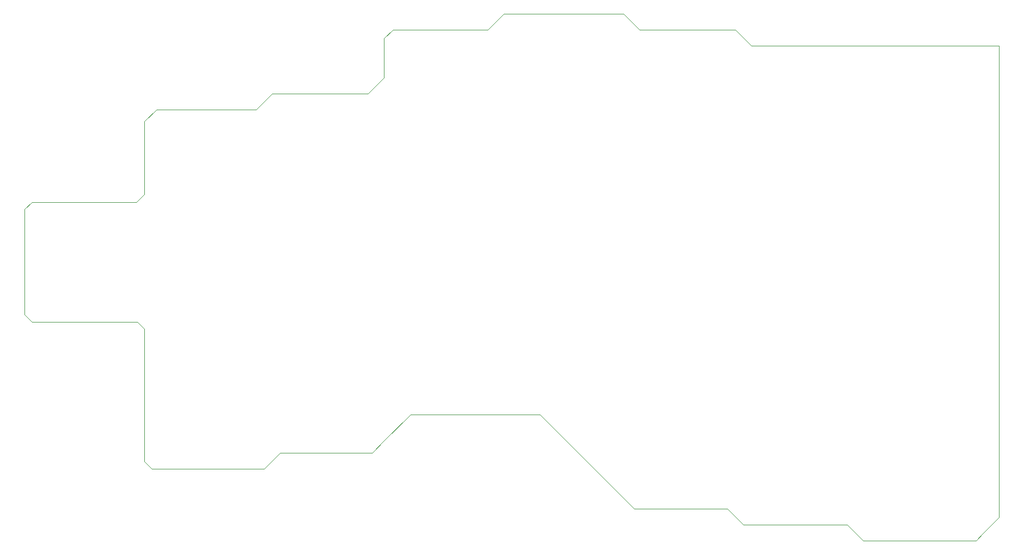
<source format=gm1>
G04 #@! TF.GenerationSoftware,KiCad,Pcbnew,5.1.10*
G04 #@! TF.CreationDate,2021-06-22T11:56:40+03:00*
G04 #@! TF.ProjectId,left,6c656674-2e6b-4696-9361-645f70636258,rev?*
G04 #@! TF.SameCoordinates,Original*
G04 #@! TF.FileFunction,Profile,NP*
%FSLAX46Y46*%
G04 Gerber Fmt 4.6, Leading zero omitted, Abs format (unit mm)*
G04 Created by KiCad (PCBNEW 5.1.10) date 2021-06-22 11:56:40*
%MOMM*%
%LPD*%
G01*
G04 APERTURE LIST*
G04 #@! TA.AperFunction,Profile*
%ADD10C,0.100000*%
G04 #@! TD*
G04 APERTURE END LIST*
D10*
X142875000Y-45847000D02*
X142875000Y-52070000D01*
X144272000Y-44450000D02*
X159258000Y-44450000D01*
X133477000Y-54610000D02*
X140335000Y-54610000D01*
X142875000Y-45847000D02*
X144272000Y-44450000D01*
X140335000Y-54610000D02*
X142875000Y-52070000D01*
X104775000Y-70612000D02*
X104775000Y-59055000D01*
X104775000Y-92075000D02*
X104775000Y-97663000D01*
X147066000Y-105664000D02*
X167640000Y-105664000D01*
X142875000Y-109855000D02*
X147066000Y-105664000D01*
X125095000Y-54610000D02*
X133477000Y-54610000D01*
X86868000Y-90932000D02*
X103632000Y-90932000D01*
X86868000Y-71882000D02*
X103505000Y-71882000D01*
X85725000Y-73025000D02*
X85725000Y-89789000D01*
X86868000Y-71882000D02*
X85725000Y-73025000D01*
X86868000Y-90932000D02*
X85725000Y-89789000D01*
X105918000Y-114300000D02*
X123825000Y-114300000D01*
X104775000Y-97663000D02*
X104775000Y-113157000D01*
X104775000Y-113157000D02*
X105918000Y-114300000D01*
X103632000Y-90932000D02*
X104775000Y-92075000D01*
X197485000Y-120650000D02*
X182626000Y-120650000D01*
X200025000Y-123190000D02*
X197485000Y-120650000D01*
X216535000Y-123190000D02*
X200025000Y-123190000D01*
X219075000Y-125730000D02*
X216535000Y-123190000D01*
X219837000Y-125730000D02*
X219075000Y-125730000D01*
X103505000Y-71882000D02*
X104775000Y-70612000D01*
X201295000Y-46990000D02*
X219075000Y-46990000D01*
X198755000Y-44450000D02*
X201295000Y-46990000D01*
X198374000Y-44450000D02*
X198755000Y-44450000D01*
X183515000Y-44450000D02*
X198374000Y-44450000D01*
X180975000Y-41910000D02*
X183515000Y-44450000D01*
X140970000Y-111760000D02*
X126365000Y-111760000D01*
X142875000Y-109855000D02*
X140970000Y-111760000D01*
X180975000Y-118999000D02*
X167640000Y-105664000D01*
X159385000Y-44450000D02*
X161925000Y-41910000D01*
X159258000Y-44450000D02*
X159385000Y-44450000D01*
X122555000Y-57150000D02*
X125095000Y-54610000D01*
X122428000Y-57150000D02*
X122555000Y-57150000D01*
X122174000Y-57150000D02*
X122428000Y-57150000D01*
X121920000Y-57150000D02*
X122174000Y-57150000D01*
X106680000Y-57150000D02*
X121920000Y-57150000D01*
X104775000Y-59055000D02*
X106680000Y-57150000D01*
X123825000Y-114300000D02*
X126365000Y-111760000D01*
X240665000Y-122047000D02*
X240665000Y-104140000D01*
X238125000Y-124587000D02*
X240665000Y-122047000D01*
X236982000Y-125730000D02*
X238125000Y-124587000D01*
X219837000Y-125730000D02*
X236982000Y-125730000D01*
X180975000Y-118999000D02*
X182626000Y-120650000D01*
X240665000Y-46990000D02*
X240665000Y-104140000D01*
X219075000Y-46990000D02*
X240665000Y-46990000D01*
X161925000Y-41910000D02*
X180975000Y-41910000D01*
M02*

</source>
